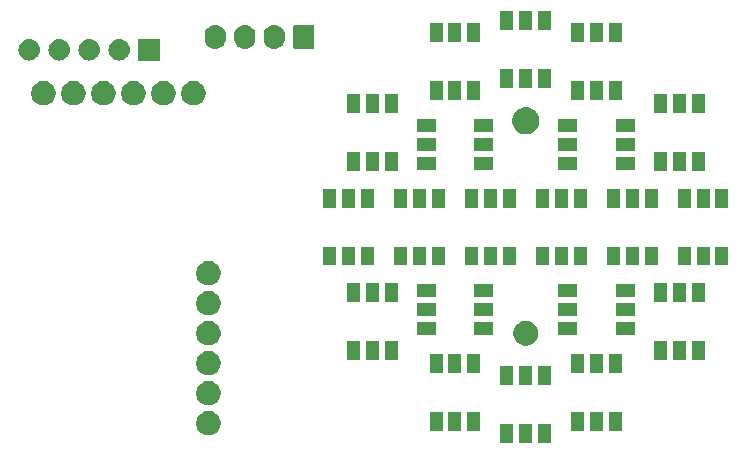
<source format=gbr>
G04 #@! TF.GenerationSoftware,KiCad,Pcbnew,5.1.4*
G04 #@! TF.CreationDate,2019-11-19T13:40:08+01:00*
G04 #@! TF.ProjectId,lamp,6c616d70-2e6b-4696-9361-645f70636258,rev?*
G04 #@! TF.SameCoordinates,Original*
G04 #@! TF.FileFunction,Soldermask,Top*
G04 #@! TF.FilePolarity,Negative*
%FSLAX46Y46*%
G04 Gerber Fmt 4.6, Leading zero omitted, Abs format (unit mm)*
G04 Created by KiCad (PCBNEW 5.1.4) date 2019-11-19 13:40:08*
%MOMM*%
%LPD*%
G04 APERTURE LIST*
%ADD10C,0.100000*%
G04 APERTURE END LIST*
D10*
G36*
X62951000Y-143251000D02*
G01*
X61849000Y-143251000D01*
X61849000Y-141649000D01*
X62951000Y-141649000D01*
X62951000Y-143251000D01*
X62951000Y-143251000D01*
G37*
G36*
X66151000Y-143251000D02*
G01*
X65049000Y-143251000D01*
X65049000Y-141649000D01*
X66151000Y-141649000D01*
X66151000Y-143251000D01*
X66151000Y-143251000D01*
G37*
G36*
X64551000Y-143251000D02*
G01*
X63449000Y-143251000D01*
X63449000Y-141649000D01*
X64551000Y-141649000D01*
X64551000Y-143251000D01*
X64551000Y-143251000D01*
G37*
G36*
X37423765Y-140598620D02*
G01*
X37613288Y-140677123D01*
X37783854Y-140791092D01*
X37928908Y-140936146D01*
X38042877Y-141106712D01*
X38121380Y-141296235D01*
X38161400Y-141497431D01*
X38161400Y-141702569D01*
X38121380Y-141903765D01*
X38042877Y-142093288D01*
X37928908Y-142263854D01*
X37783854Y-142408908D01*
X37613288Y-142522877D01*
X37613287Y-142522878D01*
X37613286Y-142522878D01*
X37423765Y-142601380D01*
X37222570Y-142641400D01*
X37017430Y-142641400D01*
X36816235Y-142601380D01*
X36626714Y-142522878D01*
X36626713Y-142522878D01*
X36626712Y-142522877D01*
X36456146Y-142408908D01*
X36311092Y-142263854D01*
X36197123Y-142093288D01*
X36118620Y-141903765D01*
X36078600Y-141702569D01*
X36078600Y-141497431D01*
X36118620Y-141296235D01*
X36197123Y-141106712D01*
X36311092Y-140936146D01*
X36456146Y-140791092D01*
X36626712Y-140677123D01*
X36816235Y-140598620D01*
X37017430Y-140558600D01*
X37222570Y-140558600D01*
X37423765Y-140598620D01*
X37423765Y-140598620D01*
G37*
G36*
X58551000Y-142251000D02*
G01*
X57449000Y-142251000D01*
X57449000Y-140649000D01*
X58551000Y-140649000D01*
X58551000Y-142251000D01*
X58551000Y-142251000D01*
G37*
G36*
X56951000Y-142251000D02*
G01*
X55849000Y-142251000D01*
X55849000Y-140649000D01*
X56951000Y-140649000D01*
X56951000Y-142251000D01*
X56951000Y-142251000D01*
G37*
G36*
X72151000Y-142251000D02*
G01*
X71049000Y-142251000D01*
X71049000Y-140649000D01*
X72151000Y-140649000D01*
X72151000Y-142251000D01*
X72151000Y-142251000D01*
G37*
G36*
X70551000Y-142251000D02*
G01*
X69449000Y-142251000D01*
X69449000Y-140649000D01*
X70551000Y-140649000D01*
X70551000Y-142251000D01*
X70551000Y-142251000D01*
G37*
G36*
X68951000Y-142251000D02*
G01*
X67849000Y-142251000D01*
X67849000Y-140649000D01*
X68951000Y-140649000D01*
X68951000Y-142251000D01*
X68951000Y-142251000D01*
G37*
G36*
X60151000Y-142251000D02*
G01*
X59049000Y-142251000D01*
X59049000Y-140649000D01*
X60151000Y-140649000D01*
X60151000Y-142251000D01*
X60151000Y-142251000D01*
G37*
G36*
X37423765Y-138058620D02*
G01*
X37613288Y-138137123D01*
X37783854Y-138251092D01*
X37928908Y-138396146D01*
X38042877Y-138566712D01*
X38121380Y-138756235D01*
X38161400Y-138957431D01*
X38161400Y-139162569D01*
X38121380Y-139363765D01*
X38042877Y-139553288D01*
X37928908Y-139723854D01*
X37783854Y-139868908D01*
X37613288Y-139982877D01*
X37613287Y-139982878D01*
X37613286Y-139982878D01*
X37423765Y-140061380D01*
X37222570Y-140101400D01*
X37017430Y-140101400D01*
X36816235Y-140061380D01*
X36626714Y-139982878D01*
X36626713Y-139982878D01*
X36626712Y-139982877D01*
X36456146Y-139868908D01*
X36311092Y-139723854D01*
X36197123Y-139553288D01*
X36118620Y-139363765D01*
X36078600Y-139162569D01*
X36078600Y-138957431D01*
X36118620Y-138756235D01*
X36197123Y-138566712D01*
X36311092Y-138396146D01*
X36456146Y-138251092D01*
X36626712Y-138137123D01*
X36816235Y-138058620D01*
X37017430Y-138018600D01*
X37222570Y-138018600D01*
X37423765Y-138058620D01*
X37423765Y-138058620D01*
G37*
G36*
X64551000Y-138351000D02*
G01*
X63449000Y-138351000D01*
X63449000Y-136749000D01*
X64551000Y-136749000D01*
X64551000Y-138351000D01*
X64551000Y-138351000D01*
G37*
G36*
X66151000Y-138351000D02*
G01*
X65049000Y-138351000D01*
X65049000Y-136749000D01*
X66151000Y-136749000D01*
X66151000Y-138351000D01*
X66151000Y-138351000D01*
G37*
G36*
X62951000Y-138351000D02*
G01*
X61849000Y-138351000D01*
X61849000Y-136749000D01*
X62951000Y-136749000D01*
X62951000Y-138351000D01*
X62951000Y-138351000D01*
G37*
G36*
X37423765Y-135518620D02*
G01*
X37613288Y-135597123D01*
X37783854Y-135711092D01*
X37928908Y-135856146D01*
X38042877Y-136026712D01*
X38121380Y-136216235D01*
X38161400Y-136417431D01*
X38161400Y-136622569D01*
X38121380Y-136823765D01*
X38042877Y-137013288D01*
X37928908Y-137183854D01*
X37783854Y-137328908D01*
X37613288Y-137442877D01*
X37613287Y-137442878D01*
X37613286Y-137442878D01*
X37423765Y-137521380D01*
X37222570Y-137561400D01*
X37017430Y-137561400D01*
X36816235Y-137521380D01*
X36626714Y-137442878D01*
X36626713Y-137442878D01*
X36626712Y-137442877D01*
X36456146Y-137328908D01*
X36311092Y-137183854D01*
X36197123Y-137013288D01*
X36118620Y-136823765D01*
X36078600Y-136622569D01*
X36078600Y-136417431D01*
X36118620Y-136216235D01*
X36197123Y-136026712D01*
X36311092Y-135856146D01*
X36456146Y-135711092D01*
X36626712Y-135597123D01*
X36816235Y-135518620D01*
X37017430Y-135478600D01*
X37222570Y-135478600D01*
X37423765Y-135518620D01*
X37423765Y-135518620D01*
G37*
G36*
X72151000Y-137351000D02*
G01*
X71049000Y-137351000D01*
X71049000Y-135749000D01*
X72151000Y-135749000D01*
X72151000Y-137351000D01*
X72151000Y-137351000D01*
G37*
G36*
X70551000Y-137351000D02*
G01*
X69449000Y-137351000D01*
X69449000Y-135749000D01*
X70551000Y-135749000D01*
X70551000Y-137351000D01*
X70551000Y-137351000D01*
G37*
G36*
X68951000Y-137351000D02*
G01*
X67849000Y-137351000D01*
X67849000Y-135749000D01*
X68951000Y-135749000D01*
X68951000Y-137351000D01*
X68951000Y-137351000D01*
G37*
G36*
X58551000Y-137351000D02*
G01*
X57449000Y-137351000D01*
X57449000Y-135749000D01*
X58551000Y-135749000D01*
X58551000Y-137351000D01*
X58551000Y-137351000D01*
G37*
G36*
X60151000Y-137351000D02*
G01*
X59049000Y-137351000D01*
X59049000Y-135749000D01*
X60151000Y-135749000D01*
X60151000Y-137351000D01*
X60151000Y-137351000D01*
G37*
G36*
X56951000Y-137351000D02*
G01*
X55849000Y-137351000D01*
X55849000Y-135749000D01*
X56951000Y-135749000D01*
X56951000Y-137351000D01*
X56951000Y-137351000D01*
G37*
G36*
X75951000Y-136251000D02*
G01*
X74849000Y-136251000D01*
X74849000Y-134649000D01*
X75951000Y-134649000D01*
X75951000Y-136251000D01*
X75951000Y-136251000D01*
G37*
G36*
X53151000Y-136251000D02*
G01*
X52049000Y-136251000D01*
X52049000Y-134649000D01*
X53151000Y-134649000D01*
X53151000Y-136251000D01*
X53151000Y-136251000D01*
G37*
G36*
X51551000Y-136251000D02*
G01*
X50449000Y-136251000D01*
X50449000Y-134649000D01*
X51551000Y-134649000D01*
X51551000Y-136251000D01*
X51551000Y-136251000D01*
G37*
G36*
X49951000Y-136251000D02*
G01*
X48849000Y-136251000D01*
X48849000Y-134649000D01*
X49951000Y-134649000D01*
X49951000Y-136251000D01*
X49951000Y-136251000D01*
G37*
G36*
X77551000Y-136251000D02*
G01*
X76449000Y-136251000D01*
X76449000Y-134649000D01*
X77551000Y-134649000D01*
X77551000Y-136251000D01*
X77551000Y-136251000D01*
G37*
G36*
X79151000Y-136251000D02*
G01*
X78049000Y-136251000D01*
X78049000Y-134649000D01*
X79151000Y-134649000D01*
X79151000Y-136251000D01*
X79151000Y-136251000D01*
G37*
G36*
X64306564Y-132989389D02*
G01*
X64497833Y-133068615D01*
X64497835Y-133068616D01*
X64669973Y-133183635D01*
X64816365Y-133330027D01*
X64921059Y-133486712D01*
X64931385Y-133502167D01*
X65010611Y-133693436D01*
X65051000Y-133896484D01*
X65051000Y-134103516D01*
X65010611Y-134306564D01*
X64941552Y-134473288D01*
X64931384Y-134497835D01*
X64816365Y-134669973D01*
X64669973Y-134816365D01*
X64497835Y-134931384D01*
X64497834Y-134931385D01*
X64497833Y-134931385D01*
X64306564Y-135010611D01*
X64103516Y-135051000D01*
X63896484Y-135051000D01*
X63693436Y-135010611D01*
X63502167Y-134931385D01*
X63502166Y-134931385D01*
X63502165Y-134931384D01*
X63330027Y-134816365D01*
X63183635Y-134669973D01*
X63068616Y-134497835D01*
X63058448Y-134473288D01*
X62989389Y-134306564D01*
X62949000Y-134103516D01*
X62949000Y-133896484D01*
X62989389Y-133693436D01*
X63068615Y-133502167D01*
X63078942Y-133486712D01*
X63183635Y-133330027D01*
X63330027Y-133183635D01*
X63502165Y-133068616D01*
X63502167Y-133068615D01*
X63693436Y-132989389D01*
X63896484Y-132949000D01*
X64103516Y-132949000D01*
X64306564Y-132989389D01*
X64306564Y-132989389D01*
G37*
G36*
X37423765Y-132978620D02*
G01*
X37593678Y-133049000D01*
X37613288Y-133057123D01*
X37783854Y-133171092D01*
X37928908Y-133316146D01*
X37928909Y-133316148D01*
X38042878Y-133486714D01*
X38121380Y-133676235D01*
X38161400Y-133877430D01*
X38161400Y-134082570D01*
X38147788Y-134151000D01*
X38121380Y-134283765D01*
X38042877Y-134473288D01*
X37928908Y-134643854D01*
X37783854Y-134788908D01*
X37613288Y-134902877D01*
X37613287Y-134902878D01*
X37613286Y-134902878D01*
X37423765Y-134981380D01*
X37222570Y-135021400D01*
X37017430Y-135021400D01*
X36816235Y-134981380D01*
X36626714Y-134902878D01*
X36626713Y-134902878D01*
X36626712Y-134902877D01*
X36456146Y-134788908D01*
X36311092Y-134643854D01*
X36197123Y-134473288D01*
X36118620Y-134283765D01*
X36092212Y-134151000D01*
X36078600Y-134082570D01*
X36078600Y-133877430D01*
X36118620Y-133676235D01*
X36197122Y-133486714D01*
X36311091Y-133316148D01*
X36311092Y-133316146D01*
X36456146Y-133171092D01*
X36626712Y-133057123D01*
X36646323Y-133049000D01*
X36816235Y-132978620D01*
X37017430Y-132938600D01*
X37222570Y-132938600D01*
X37423765Y-132978620D01*
X37423765Y-132978620D01*
G37*
G36*
X73251000Y-134151000D02*
G01*
X71649000Y-134151000D01*
X71649000Y-133049000D01*
X73251000Y-133049000D01*
X73251000Y-134151000D01*
X73251000Y-134151000D01*
G37*
G36*
X68351000Y-134151000D02*
G01*
X66749000Y-134151000D01*
X66749000Y-133049000D01*
X68351000Y-133049000D01*
X68351000Y-134151000D01*
X68351000Y-134151000D01*
G37*
G36*
X56351000Y-134151000D02*
G01*
X54749000Y-134151000D01*
X54749000Y-133049000D01*
X56351000Y-133049000D01*
X56351000Y-134151000D01*
X56351000Y-134151000D01*
G37*
G36*
X61251000Y-134151000D02*
G01*
X59649000Y-134151000D01*
X59649000Y-133049000D01*
X61251000Y-133049000D01*
X61251000Y-134151000D01*
X61251000Y-134151000D01*
G37*
G36*
X61251000Y-132551000D02*
G01*
X59649000Y-132551000D01*
X59649000Y-131449000D01*
X61251000Y-131449000D01*
X61251000Y-132551000D01*
X61251000Y-132551000D01*
G37*
G36*
X68351000Y-132551000D02*
G01*
X66749000Y-132551000D01*
X66749000Y-131449000D01*
X68351000Y-131449000D01*
X68351000Y-132551000D01*
X68351000Y-132551000D01*
G37*
G36*
X73251000Y-132551000D02*
G01*
X71649000Y-132551000D01*
X71649000Y-131449000D01*
X73251000Y-131449000D01*
X73251000Y-132551000D01*
X73251000Y-132551000D01*
G37*
G36*
X56351000Y-132551000D02*
G01*
X54749000Y-132551000D01*
X54749000Y-131449000D01*
X56351000Y-131449000D01*
X56351000Y-132551000D01*
X56351000Y-132551000D01*
G37*
G36*
X37423765Y-130438620D02*
G01*
X37613288Y-130517123D01*
X37783854Y-130631092D01*
X37928908Y-130776146D01*
X38042877Y-130946712D01*
X38121380Y-131136235D01*
X38161400Y-131337431D01*
X38161400Y-131542569D01*
X38121380Y-131743765D01*
X38042877Y-131933288D01*
X37928908Y-132103854D01*
X37783854Y-132248908D01*
X37613288Y-132362877D01*
X37613287Y-132362878D01*
X37613286Y-132362878D01*
X37423765Y-132441380D01*
X37222570Y-132481400D01*
X37017430Y-132481400D01*
X36816235Y-132441380D01*
X36626714Y-132362878D01*
X36626713Y-132362878D01*
X36626712Y-132362877D01*
X36456146Y-132248908D01*
X36311092Y-132103854D01*
X36197123Y-131933288D01*
X36118620Y-131743765D01*
X36078600Y-131542569D01*
X36078600Y-131337431D01*
X36118620Y-131136235D01*
X36197123Y-130946712D01*
X36311092Y-130776146D01*
X36456146Y-130631092D01*
X36626712Y-130517123D01*
X36816235Y-130438620D01*
X37017430Y-130398600D01*
X37222570Y-130398600D01*
X37423765Y-130438620D01*
X37423765Y-130438620D01*
G37*
G36*
X75951000Y-131351000D02*
G01*
X74849000Y-131351000D01*
X74849000Y-129749000D01*
X75951000Y-129749000D01*
X75951000Y-131351000D01*
X75951000Y-131351000D01*
G37*
G36*
X49951000Y-131351000D02*
G01*
X48849000Y-131351000D01*
X48849000Y-129749000D01*
X49951000Y-129749000D01*
X49951000Y-131351000D01*
X49951000Y-131351000D01*
G37*
G36*
X51551000Y-131351000D02*
G01*
X50449000Y-131351000D01*
X50449000Y-129749000D01*
X51551000Y-129749000D01*
X51551000Y-131351000D01*
X51551000Y-131351000D01*
G37*
G36*
X77551000Y-131351000D02*
G01*
X76449000Y-131351000D01*
X76449000Y-129749000D01*
X77551000Y-129749000D01*
X77551000Y-131351000D01*
X77551000Y-131351000D01*
G37*
G36*
X53151000Y-131351000D02*
G01*
X52049000Y-131351000D01*
X52049000Y-129749000D01*
X53151000Y-129749000D01*
X53151000Y-131351000D01*
X53151000Y-131351000D01*
G37*
G36*
X79151000Y-131351000D02*
G01*
X78049000Y-131351000D01*
X78049000Y-129749000D01*
X79151000Y-129749000D01*
X79151000Y-131351000D01*
X79151000Y-131351000D01*
G37*
G36*
X61251000Y-130951000D02*
G01*
X59649000Y-130951000D01*
X59649000Y-129849000D01*
X61251000Y-129849000D01*
X61251000Y-130951000D01*
X61251000Y-130951000D01*
G37*
G36*
X56351000Y-130951000D02*
G01*
X54749000Y-130951000D01*
X54749000Y-129849000D01*
X56351000Y-129849000D01*
X56351000Y-130951000D01*
X56351000Y-130951000D01*
G37*
G36*
X68351000Y-130951000D02*
G01*
X66749000Y-130951000D01*
X66749000Y-129849000D01*
X68351000Y-129849000D01*
X68351000Y-130951000D01*
X68351000Y-130951000D01*
G37*
G36*
X73251000Y-130951000D02*
G01*
X71649000Y-130951000D01*
X71649000Y-129849000D01*
X73251000Y-129849000D01*
X73251000Y-130951000D01*
X73251000Y-130951000D01*
G37*
G36*
X37423765Y-127898620D02*
G01*
X37613288Y-127977123D01*
X37783854Y-128091092D01*
X37928908Y-128236146D01*
X38042877Y-128406712D01*
X38121380Y-128596235D01*
X38161400Y-128797431D01*
X38161400Y-129002569D01*
X38121380Y-129203765D01*
X38042877Y-129393288D01*
X37928908Y-129563854D01*
X37783854Y-129708908D01*
X37613288Y-129822877D01*
X37613287Y-129822878D01*
X37613286Y-129822878D01*
X37423765Y-129901380D01*
X37222570Y-129941400D01*
X37017430Y-129941400D01*
X36816235Y-129901380D01*
X36626714Y-129822878D01*
X36626713Y-129822878D01*
X36626712Y-129822877D01*
X36456146Y-129708908D01*
X36311092Y-129563854D01*
X36197123Y-129393288D01*
X36118620Y-129203765D01*
X36078600Y-129002569D01*
X36078600Y-128797431D01*
X36118620Y-128596235D01*
X36197123Y-128406712D01*
X36311092Y-128236146D01*
X36456146Y-128091092D01*
X36626712Y-127977123D01*
X36816235Y-127898620D01*
X37017430Y-127858600D01*
X37222570Y-127858600D01*
X37423765Y-127898620D01*
X37423765Y-127898620D01*
G37*
G36*
X49551000Y-128251000D02*
G01*
X48449000Y-128251000D01*
X48449000Y-126649000D01*
X49551000Y-126649000D01*
X49551000Y-128251000D01*
X49551000Y-128251000D01*
G37*
G36*
X47951000Y-128251000D02*
G01*
X46849000Y-128251000D01*
X46849000Y-126649000D01*
X47951000Y-126649000D01*
X47951000Y-128251000D01*
X47951000Y-128251000D01*
G37*
G36*
X61551000Y-128251000D02*
G01*
X60449000Y-128251000D01*
X60449000Y-126649000D01*
X61551000Y-126649000D01*
X61551000Y-128251000D01*
X61551000Y-128251000D01*
G37*
G36*
X59951000Y-128251000D02*
G01*
X58849000Y-128251000D01*
X58849000Y-126649000D01*
X59951000Y-126649000D01*
X59951000Y-128251000D01*
X59951000Y-128251000D01*
G37*
G36*
X51151000Y-128251000D02*
G01*
X50049000Y-128251000D01*
X50049000Y-126649000D01*
X51151000Y-126649000D01*
X51151000Y-128251000D01*
X51151000Y-128251000D01*
G37*
G36*
X55551000Y-128251000D02*
G01*
X54449000Y-128251000D01*
X54449000Y-126649000D01*
X55551000Y-126649000D01*
X55551000Y-128251000D01*
X55551000Y-128251000D01*
G37*
G36*
X57151000Y-128251000D02*
G01*
X56049000Y-128251000D01*
X56049000Y-126649000D01*
X57151000Y-126649000D01*
X57151000Y-128251000D01*
X57151000Y-128251000D01*
G37*
G36*
X81151000Y-128251000D02*
G01*
X80049000Y-128251000D01*
X80049000Y-126649000D01*
X81151000Y-126649000D01*
X81151000Y-128251000D01*
X81151000Y-128251000D01*
G37*
G36*
X77951000Y-128251000D02*
G01*
X76849000Y-128251000D01*
X76849000Y-126649000D01*
X77951000Y-126649000D01*
X77951000Y-128251000D01*
X77951000Y-128251000D01*
G37*
G36*
X69151000Y-128251000D02*
G01*
X68049000Y-128251000D01*
X68049000Y-126649000D01*
X69151000Y-126649000D01*
X69151000Y-128251000D01*
X69151000Y-128251000D01*
G37*
G36*
X67551000Y-128251000D02*
G01*
X66449000Y-128251000D01*
X66449000Y-126649000D01*
X67551000Y-126649000D01*
X67551000Y-128251000D01*
X67551000Y-128251000D01*
G37*
G36*
X65951000Y-128251000D02*
G01*
X64849000Y-128251000D01*
X64849000Y-126649000D01*
X65951000Y-126649000D01*
X65951000Y-128251000D01*
X65951000Y-128251000D01*
G37*
G36*
X63151000Y-128251000D02*
G01*
X62049000Y-128251000D01*
X62049000Y-126649000D01*
X63151000Y-126649000D01*
X63151000Y-128251000D01*
X63151000Y-128251000D01*
G37*
G36*
X73551000Y-128251000D02*
G01*
X72449000Y-128251000D01*
X72449000Y-126649000D01*
X73551000Y-126649000D01*
X73551000Y-128251000D01*
X73551000Y-128251000D01*
G37*
G36*
X71951000Y-128251000D02*
G01*
X70849000Y-128251000D01*
X70849000Y-126649000D01*
X71951000Y-126649000D01*
X71951000Y-128251000D01*
X71951000Y-128251000D01*
G37*
G36*
X53951000Y-128251000D02*
G01*
X52849000Y-128251000D01*
X52849000Y-126649000D01*
X53951000Y-126649000D01*
X53951000Y-128251000D01*
X53951000Y-128251000D01*
G37*
G36*
X79551000Y-128251000D02*
G01*
X78449000Y-128251000D01*
X78449000Y-126649000D01*
X79551000Y-126649000D01*
X79551000Y-128251000D01*
X79551000Y-128251000D01*
G37*
G36*
X75151000Y-128251000D02*
G01*
X74049000Y-128251000D01*
X74049000Y-126649000D01*
X75151000Y-126649000D01*
X75151000Y-128251000D01*
X75151000Y-128251000D01*
G37*
G36*
X65951000Y-123351000D02*
G01*
X64849000Y-123351000D01*
X64849000Y-121749000D01*
X65951000Y-121749000D01*
X65951000Y-123351000D01*
X65951000Y-123351000D01*
G37*
G36*
X47951000Y-123351000D02*
G01*
X46849000Y-123351000D01*
X46849000Y-121749000D01*
X47951000Y-121749000D01*
X47951000Y-123351000D01*
X47951000Y-123351000D01*
G37*
G36*
X49551000Y-123351000D02*
G01*
X48449000Y-123351000D01*
X48449000Y-121749000D01*
X49551000Y-121749000D01*
X49551000Y-123351000D01*
X49551000Y-123351000D01*
G37*
G36*
X51151000Y-123351000D02*
G01*
X50049000Y-123351000D01*
X50049000Y-121749000D01*
X51151000Y-121749000D01*
X51151000Y-123351000D01*
X51151000Y-123351000D01*
G37*
G36*
X71951000Y-123351000D02*
G01*
X70849000Y-123351000D01*
X70849000Y-121749000D01*
X71951000Y-121749000D01*
X71951000Y-123351000D01*
X71951000Y-123351000D01*
G37*
G36*
X59951000Y-123351000D02*
G01*
X58849000Y-123351000D01*
X58849000Y-121749000D01*
X59951000Y-121749000D01*
X59951000Y-123351000D01*
X59951000Y-123351000D01*
G37*
G36*
X61551000Y-123351000D02*
G01*
X60449000Y-123351000D01*
X60449000Y-121749000D01*
X61551000Y-121749000D01*
X61551000Y-123351000D01*
X61551000Y-123351000D01*
G37*
G36*
X63151000Y-123351000D02*
G01*
X62049000Y-123351000D01*
X62049000Y-121749000D01*
X63151000Y-121749000D01*
X63151000Y-123351000D01*
X63151000Y-123351000D01*
G37*
G36*
X57151000Y-123351000D02*
G01*
X56049000Y-123351000D01*
X56049000Y-121749000D01*
X57151000Y-121749000D01*
X57151000Y-123351000D01*
X57151000Y-123351000D01*
G37*
G36*
X79551000Y-123351000D02*
G01*
X78449000Y-123351000D01*
X78449000Y-121749000D01*
X79551000Y-121749000D01*
X79551000Y-123351000D01*
X79551000Y-123351000D01*
G37*
G36*
X81151000Y-123351000D02*
G01*
X80049000Y-123351000D01*
X80049000Y-121749000D01*
X81151000Y-121749000D01*
X81151000Y-123351000D01*
X81151000Y-123351000D01*
G37*
G36*
X77951000Y-123351000D02*
G01*
X76849000Y-123351000D01*
X76849000Y-121749000D01*
X77951000Y-121749000D01*
X77951000Y-123351000D01*
X77951000Y-123351000D01*
G37*
G36*
X55551000Y-123351000D02*
G01*
X54449000Y-123351000D01*
X54449000Y-121749000D01*
X55551000Y-121749000D01*
X55551000Y-123351000D01*
X55551000Y-123351000D01*
G37*
G36*
X75151000Y-123351000D02*
G01*
X74049000Y-123351000D01*
X74049000Y-121749000D01*
X75151000Y-121749000D01*
X75151000Y-123351000D01*
X75151000Y-123351000D01*
G37*
G36*
X73551000Y-123351000D02*
G01*
X72449000Y-123351000D01*
X72449000Y-121749000D01*
X73551000Y-121749000D01*
X73551000Y-123351000D01*
X73551000Y-123351000D01*
G37*
G36*
X69151000Y-123351000D02*
G01*
X68049000Y-123351000D01*
X68049000Y-121749000D01*
X69151000Y-121749000D01*
X69151000Y-123351000D01*
X69151000Y-123351000D01*
G37*
G36*
X53951000Y-123351000D02*
G01*
X52849000Y-123351000D01*
X52849000Y-121749000D01*
X53951000Y-121749000D01*
X53951000Y-123351000D01*
X53951000Y-123351000D01*
G37*
G36*
X67551000Y-123351000D02*
G01*
X66449000Y-123351000D01*
X66449000Y-121749000D01*
X67551000Y-121749000D01*
X67551000Y-123351000D01*
X67551000Y-123351000D01*
G37*
G36*
X53151000Y-120251000D02*
G01*
X52049000Y-120251000D01*
X52049000Y-118649000D01*
X53151000Y-118649000D01*
X53151000Y-120251000D01*
X53151000Y-120251000D01*
G37*
G36*
X79151000Y-120251000D02*
G01*
X78049000Y-120251000D01*
X78049000Y-118649000D01*
X79151000Y-118649000D01*
X79151000Y-120251000D01*
X79151000Y-120251000D01*
G37*
G36*
X51551000Y-120251000D02*
G01*
X50449000Y-120251000D01*
X50449000Y-118649000D01*
X51551000Y-118649000D01*
X51551000Y-120251000D01*
X51551000Y-120251000D01*
G37*
G36*
X49951000Y-120251000D02*
G01*
X48849000Y-120251000D01*
X48849000Y-118649000D01*
X49951000Y-118649000D01*
X49951000Y-120251000D01*
X49951000Y-120251000D01*
G37*
G36*
X75951000Y-120251000D02*
G01*
X74849000Y-120251000D01*
X74849000Y-118649000D01*
X75951000Y-118649000D01*
X75951000Y-120251000D01*
X75951000Y-120251000D01*
G37*
G36*
X77551000Y-120251000D02*
G01*
X76449000Y-120251000D01*
X76449000Y-118649000D01*
X77551000Y-118649000D01*
X77551000Y-120251000D01*
X77551000Y-120251000D01*
G37*
G36*
X61251000Y-120151000D02*
G01*
X59649000Y-120151000D01*
X59649000Y-119049000D01*
X61251000Y-119049000D01*
X61251000Y-120151000D01*
X61251000Y-120151000D01*
G37*
G36*
X68351000Y-120151000D02*
G01*
X66749000Y-120151000D01*
X66749000Y-119049000D01*
X68351000Y-119049000D01*
X68351000Y-120151000D01*
X68351000Y-120151000D01*
G37*
G36*
X56351000Y-120151000D02*
G01*
X54749000Y-120151000D01*
X54749000Y-119049000D01*
X56351000Y-119049000D01*
X56351000Y-120151000D01*
X56351000Y-120151000D01*
G37*
G36*
X73251000Y-120151000D02*
G01*
X71649000Y-120151000D01*
X71649000Y-119049000D01*
X73251000Y-119049000D01*
X73251000Y-120151000D01*
X73251000Y-120151000D01*
G37*
G36*
X73251000Y-118551000D02*
G01*
X71649000Y-118551000D01*
X71649000Y-117449000D01*
X73251000Y-117449000D01*
X73251000Y-118551000D01*
X73251000Y-118551000D01*
G37*
G36*
X68351000Y-118551000D02*
G01*
X66749000Y-118551000D01*
X66749000Y-117449000D01*
X68351000Y-117449000D01*
X68351000Y-118551000D01*
X68351000Y-118551000D01*
G37*
G36*
X61251000Y-118551000D02*
G01*
X59649000Y-118551000D01*
X59649000Y-117449000D01*
X61251000Y-117449000D01*
X61251000Y-118551000D01*
X61251000Y-118551000D01*
G37*
G36*
X56351000Y-118551000D02*
G01*
X54749000Y-118551000D01*
X54749000Y-117449000D01*
X56351000Y-117449000D01*
X56351000Y-118551000D01*
X56351000Y-118551000D01*
G37*
G36*
X64224549Y-114871116D02*
G01*
X64335734Y-114893232D01*
X64545203Y-114979997D01*
X64733720Y-115105960D01*
X64894040Y-115266280D01*
X65020003Y-115454797D01*
X65106768Y-115664266D01*
X65151000Y-115886636D01*
X65151000Y-116113364D01*
X65106768Y-116335734D01*
X65020003Y-116545203D01*
X64894040Y-116733720D01*
X64733720Y-116894040D01*
X64545203Y-117020003D01*
X64335734Y-117106768D01*
X64224549Y-117128884D01*
X64113365Y-117151000D01*
X63886635Y-117151000D01*
X63775451Y-117128884D01*
X63664266Y-117106768D01*
X63454797Y-117020003D01*
X63266280Y-116894040D01*
X63105960Y-116733720D01*
X62979997Y-116545203D01*
X62893232Y-116335734D01*
X62849000Y-116113364D01*
X62849000Y-115886636D01*
X62893232Y-115664266D01*
X62979997Y-115454797D01*
X63105960Y-115266280D01*
X63266280Y-115105960D01*
X63454797Y-114979997D01*
X63664266Y-114893232D01*
X63775451Y-114871116D01*
X63886635Y-114849000D01*
X64113365Y-114849000D01*
X64224549Y-114871116D01*
X64224549Y-114871116D01*
G37*
G36*
X68351000Y-116951000D02*
G01*
X66749000Y-116951000D01*
X66749000Y-115849000D01*
X68351000Y-115849000D01*
X68351000Y-116951000D01*
X68351000Y-116951000D01*
G37*
G36*
X56351000Y-116951000D02*
G01*
X54749000Y-116951000D01*
X54749000Y-115849000D01*
X56351000Y-115849000D01*
X56351000Y-116951000D01*
X56351000Y-116951000D01*
G37*
G36*
X61251000Y-116951000D02*
G01*
X59649000Y-116951000D01*
X59649000Y-115849000D01*
X61251000Y-115849000D01*
X61251000Y-116951000D01*
X61251000Y-116951000D01*
G37*
G36*
X73251000Y-116951000D02*
G01*
X71649000Y-116951000D01*
X71649000Y-115849000D01*
X73251000Y-115849000D01*
X73251000Y-116951000D01*
X73251000Y-116951000D01*
G37*
G36*
X75951000Y-115351000D02*
G01*
X74849000Y-115351000D01*
X74849000Y-113749000D01*
X75951000Y-113749000D01*
X75951000Y-115351000D01*
X75951000Y-115351000D01*
G37*
G36*
X77551000Y-115351000D02*
G01*
X76449000Y-115351000D01*
X76449000Y-113749000D01*
X77551000Y-113749000D01*
X77551000Y-115351000D01*
X77551000Y-115351000D01*
G37*
G36*
X79151000Y-115351000D02*
G01*
X78049000Y-115351000D01*
X78049000Y-113749000D01*
X79151000Y-113749000D01*
X79151000Y-115351000D01*
X79151000Y-115351000D01*
G37*
G36*
X51551000Y-115351000D02*
G01*
X50449000Y-115351000D01*
X50449000Y-113749000D01*
X51551000Y-113749000D01*
X51551000Y-115351000D01*
X51551000Y-115351000D01*
G37*
G36*
X49951000Y-115351000D02*
G01*
X48849000Y-115351000D01*
X48849000Y-113749000D01*
X49951000Y-113749000D01*
X49951000Y-115351000D01*
X49951000Y-115351000D01*
G37*
G36*
X53151000Y-115351000D02*
G01*
X52049000Y-115351000D01*
X52049000Y-113749000D01*
X53151000Y-113749000D01*
X53151000Y-115351000D01*
X53151000Y-115351000D01*
G37*
G36*
X23405402Y-112649000D02*
G01*
X23453765Y-112658620D01*
X23643288Y-112737123D01*
X23813854Y-112851092D01*
X23958908Y-112996146D01*
X24072877Y-113166712D01*
X24151380Y-113356235D01*
X24191400Y-113557431D01*
X24191400Y-113762569D01*
X24151380Y-113963765D01*
X24072877Y-114153288D01*
X23958908Y-114323854D01*
X23813854Y-114468908D01*
X23643288Y-114582877D01*
X23643287Y-114582878D01*
X23643286Y-114582878D01*
X23453765Y-114661380D01*
X23252570Y-114701400D01*
X23047430Y-114701400D01*
X22846235Y-114661380D01*
X22656714Y-114582878D01*
X22656713Y-114582878D01*
X22656712Y-114582877D01*
X22486146Y-114468908D01*
X22341092Y-114323854D01*
X22227123Y-114153288D01*
X22148620Y-113963765D01*
X22108600Y-113762569D01*
X22108600Y-113557431D01*
X22148620Y-113356235D01*
X22227123Y-113166712D01*
X22341092Y-112996146D01*
X22486146Y-112851092D01*
X22656712Y-112737123D01*
X22846235Y-112658620D01*
X22894598Y-112649000D01*
X23047430Y-112618600D01*
X23252570Y-112618600D01*
X23405402Y-112649000D01*
X23405402Y-112649000D01*
G37*
G36*
X25945402Y-112649000D02*
G01*
X25993765Y-112658620D01*
X26183288Y-112737123D01*
X26353854Y-112851092D01*
X26498908Y-112996146D01*
X26612877Y-113166712D01*
X26691380Y-113356235D01*
X26731400Y-113557431D01*
X26731400Y-113762569D01*
X26691380Y-113963765D01*
X26612877Y-114153288D01*
X26498908Y-114323854D01*
X26353854Y-114468908D01*
X26183288Y-114582877D01*
X26183287Y-114582878D01*
X26183286Y-114582878D01*
X25993765Y-114661380D01*
X25792570Y-114701400D01*
X25587430Y-114701400D01*
X25386235Y-114661380D01*
X25196714Y-114582878D01*
X25196713Y-114582878D01*
X25196712Y-114582877D01*
X25026146Y-114468908D01*
X24881092Y-114323854D01*
X24767123Y-114153288D01*
X24688620Y-113963765D01*
X24648600Y-113762569D01*
X24648600Y-113557431D01*
X24688620Y-113356235D01*
X24767123Y-113166712D01*
X24881092Y-112996146D01*
X25026146Y-112851092D01*
X25196712Y-112737123D01*
X25386235Y-112658620D01*
X25434598Y-112649000D01*
X25587430Y-112618600D01*
X25792570Y-112618600D01*
X25945402Y-112649000D01*
X25945402Y-112649000D01*
G37*
G36*
X28485402Y-112649000D02*
G01*
X28533765Y-112658620D01*
X28723288Y-112737123D01*
X28893854Y-112851092D01*
X29038908Y-112996146D01*
X29152877Y-113166712D01*
X29231380Y-113356235D01*
X29271400Y-113557431D01*
X29271400Y-113762569D01*
X29231380Y-113963765D01*
X29152877Y-114153288D01*
X29038908Y-114323854D01*
X28893854Y-114468908D01*
X28723288Y-114582877D01*
X28723287Y-114582878D01*
X28723286Y-114582878D01*
X28533765Y-114661380D01*
X28332570Y-114701400D01*
X28127430Y-114701400D01*
X27926235Y-114661380D01*
X27736714Y-114582878D01*
X27736713Y-114582878D01*
X27736712Y-114582877D01*
X27566146Y-114468908D01*
X27421092Y-114323854D01*
X27307123Y-114153288D01*
X27228620Y-113963765D01*
X27188600Y-113762569D01*
X27188600Y-113557431D01*
X27228620Y-113356235D01*
X27307123Y-113166712D01*
X27421092Y-112996146D01*
X27566146Y-112851092D01*
X27736712Y-112737123D01*
X27926235Y-112658620D01*
X27974598Y-112649000D01*
X28127430Y-112618600D01*
X28332570Y-112618600D01*
X28485402Y-112649000D01*
X28485402Y-112649000D01*
G37*
G36*
X33565402Y-112649000D02*
G01*
X33613765Y-112658620D01*
X33803288Y-112737123D01*
X33973854Y-112851092D01*
X34118908Y-112996146D01*
X34232877Y-113166712D01*
X34311380Y-113356235D01*
X34351400Y-113557431D01*
X34351400Y-113762569D01*
X34311380Y-113963765D01*
X34232877Y-114153288D01*
X34118908Y-114323854D01*
X33973854Y-114468908D01*
X33803288Y-114582877D01*
X33803287Y-114582878D01*
X33803286Y-114582878D01*
X33613765Y-114661380D01*
X33412570Y-114701400D01*
X33207430Y-114701400D01*
X33006235Y-114661380D01*
X32816714Y-114582878D01*
X32816713Y-114582878D01*
X32816712Y-114582877D01*
X32646146Y-114468908D01*
X32501092Y-114323854D01*
X32387123Y-114153288D01*
X32308620Y-113963765D01*
X32268600Y-113762569D01*
X32268600Y-113557431D01*
X32308620Y-113356235D01*
X32387123Y-113166712D01*
X32501092Y-112996146D01*
X32646146Y-112851092D01*
X32816712Y-112737123D01*
X33006235Y-112658620D01*
X33054598Y-112649000D01*
X33207430Y-112618600D01*
X33412570Y-112618600D01*
X33565402Y-112649000D01*
X33565402Y-112649000D01*
G37*
G36*
X31025402Y-112649000D02*
G01*
X31073765Y-112658620D01*
X31263288Y-112737123D01*
X31433854Y-112851092D01*
X31578908Y-112996146D01*
X31692877Y-113166712D01*
X31771380Y-113356235D01*
X31811400Y-113557431D01*
X31811400Y-113762569D01*
X31771380Y-113963765D01*
X31692877Y-114153288D01*
X31578908Y-114323854D01*
X31433854Y-114468908D01*
X31263288Y-114582877D01*
X31263287Y-114582878D01*
X31263286Y-114582878D01*
X31073765Y-114661380D01*
X30872570Y-114701400D01*
X30667430Y-114701400D01*
X30466235Y-114661380D01*
X30276714Y-114582878D01*
X30276713Y-114582878D01*
X30276712Y-114582877D01*
X30106146Y-114468908D01*
X29961092Y-114323854D01*
X29847123Y-114153288D01*
X29768620Y-113963765D01*
X29728600Y-113762569D01*
X29728600Y-113557431D01*
X29768620Y-113356235D01*
X29847123Y-113166712D01*
X29961092Y-112996146D01*
X30106146Y-112851092D01*
X30276712Y-112737123D01*
X30466235Y-112658620D01*
X30514598Y-112649000D01*
X30667430Y-112618600D01*
X30872570Y-112618600D01*
X31025402Y-112649000D01*
X31025402Y-112649000D01*
G37*
G36*
X36105402Y-112649000D02*
G01*
X36153765Y-112658620D01*
X36343288Y-112737123D01*
X36513854Y-112851092D01*
X36658908Y-112996146D01*
X36772877Y-113166712D01*
X36851380Y-113356235D01*
X36891400Y-113557431D01*
X36891400Y-113762569D01*
X36851380Y-113963765D01*
X36772877Y-114153288D01*
X36658908Y-114323854D01*
X36513854Y-114468908D01*
X36343288Y-114582877D01*
X36343287Y-114582878D01*
X36343286Y-114582878D01*
X36153765Y-114661380D01*
X35952570Y-114701400D01*
X35747430Y-114701400D01*
X35546235Y-114661380D01*
X35356714Y-114582878D01*
X35356713Y-114582878D01*
X35356712Y-114582877D01*
X35186146Y-114468908D01*
X35041092Y-114323854D01*
X34927123Y-114153288D01*
X34848620Y-113963765D01*
X34808600Y-113762569D01*
X34808600Y-113557431D01*
X34848620Y-113356235D01*
X34927123Y-113166712D01*
X35041092Y-112996146D01*
X35186146Y-112851092D01*
X35356712Y-112737123D01*
X35546235Y-112658620D01*
X35594598Y-112649000D01*
X35747430Y-112618600D01*
X35952570Y-112618600D01*
X36105402Y-112649000D01*
X36105402Y-112649000D01*
G37*
G36*
X68951000Y-114251000D02*
G01*
X67849000Y-114251000D01*
X67849000Y-112649000D01*
X68951000Y-112649000D01*
X68951000Y-114251000D01*
X68951000Y-114251000D01*
G37*
G36*
X60151000Y-114251000D02*
G01*
X59049000Y-114251000D01*
X59049000Y-112649000D01*
X60151000Y-112649000D01*
X60151000Y-114251000D01*
X60151000Y-114251000D01*
G37*
G36*
X58551000Y-114251000D02*
G01*
X57449000Y-114251000D01*
X57449000Y-112649000D01*
X58551000Y-112649000D01*
X58551000Y-114251000D01*
X58551000Y-114251000D01*
G37*
G36*
X72151000Y-114251000D02*
G01*
X71049000Y-114251000D01*
X71049000Y-112649000D01*
X72151000Y-112649000D01*
X72151000Y-114251000D01*
X72151000Y-114251000D01*
G37*
G36*
X70551000Y-114251000D02*
G01*
X69449000Y-114251000D01*
X69449000Y-112649000D01*
X70551000Y-112649000D01*
X70551000Y-114251000D01*
X70551000Y-114251000D01*
G37*
G36*
X56951000Y-114251000D02*
G01*
X55849000Y-114251000D01*
X55849000Y-112649000D01*
X56951000Y-112649000D01*
X56951000Y-114251000D01*
X56951000Y-114251000D01*
G37*
G36*
X66151000Y-113251000D02*
G01*
X65049000Y-113251000D01*
X65049000Y-111649000D01*
X66151000Y-111649000D01*
X66151000Y-113251000D01*
X66151000Y-113251000D01*
G37*
G36*
X64551000Y-113251000D02*
G01*
X63449000Y-113251000D01*
X63449000Y-111649000D01*
X64551000Y-111649000D01*
X64551000Y-113251000D01*
X64551000Y-113251000D01*
G37*
G36*
X62951000Y-113251000D02*
G01*
X61849000Y-113251000D01*
X61849000Y-111649000D01*
X62951000Y-111649000D01*
X62951000Y-113251000D01*
X62951000Y-113251000D01*
G37*
G36*
X24590443Y-109105519D02*
G01*
X24656627Y-109112037D01*
X24826466Y-109163557D01*
X24982991Y-109247222D01*
X25018729Y-109276552D01*
X25120186Y-109359814D01*
X25203448Y-109461271D01*
X25232778Y-109497009D01*
X25316443Y-109653534D01*
X25367963Y-109823373D01*
X25385359Y-110000000D01*
X25367963Y-110176627D01*
X25316443Y-110346466D01*
X25232778Y-110502991D01*
X25203448Y-110538729D01*
X25120186Y-110640186D01*
X25018729Y-110723448D01*
X24982991Y-110752778D01*
X24826466Y-110836443D01*
X24656627Y-110887963D01*
X24590443Y-110894481D01*
X24524260Y-110901000D01*
X24435740Y-110901000D01*
X24369557Y-110894481D01*
X24303373Y-110887963D01*
X24133534Y-110836443D01*
X23977009Y-110752778D01*
X23941271Y-110723448D01*
X23839814Y-110640186D01*
X23756552Y-110538729D01*
X23727222Y-110502991D01*
X23643557Y-110346466D01*
X23592037Y-110176627D01*
X23574641Y-110000000D01*
X23592037Y-109823373D01*
X23643557Y-109653534D01*
X23727222Y-109497009D01*
X23756552Y-109461271D01*
X23839814Y-109359814D01*
X23941271Y-109276552D01*
X23977009Y-109247222D01*
X24133534Y-109163557D01*
X24303373Y-109112037D01*
X24369557Y-109105519D01*
X24435740Y-109099000D01*
X24524260Y-109099000D01*
X24590443Y-109105519D01*
X24590443Y-109105519D01*
G37*
G36*
X22050443Y-109105519D02*
G01*
X22116627Y-109112037D01*
X22286466Y-109163557D01*
X22442991Y-109247222D01*
X22478729Y-109276552D01*
X22580186Y-109359814D01*
X22663448Y-109461271D01*
X22692778Y-109497009D01*
X22776443Y-109653534D01*
X22827963Y-109823373D01*
X22845359Y-110000000D01*
X22827963Y-110176627D01*
X22776443Y-110346466D01*
X22692778Y-110502991D01*
X22663448Y-110538729D01*
X22580186Y-110640186D01*
X22478729Y-110723448D01*
X22442991Y-110752778D01*
X22286466Y-110836443D01*
X22116627Y-110887963D01*
X22050443Y-110894481D01*
X21984260Y-110901000D01*
X21895740Y-110901000D01*
X21829557Y-110894481D01*
X21763373Y-110887963D01*
X21593534Y-110836443D01*
X21437009Y-110752778D01*
X21401271Y-110723448D01*
X21299814Y-110640186D01*
X21216552Y-110538729D01*
X21187222Y-110502991D01*
X21103557Y-110346466D01*
X21052037Y-110176627D01*
X21034641Y-110000000D01*
X21052037Y-109823373D01*
X21103557Y-109653534D01*
X21187222Y-109497009D01*
X21216552Y-109461271D01*
X21299814Y-109359814D01*
X21401271Y-109276552D01*
X21437009Y-109247222D01*
X21593534Y-109163557D01*
X21763373Y-109112037D01*
X21829557Y-109105519D01*
X21895740Y-109099000D01*
X21984260Y-109099000D01*
X22050443Y-109105519D01*
X22050443Y-109105519D01*
G37*
G36*
X27130443Y-109105519D02*
G01*
X27196627Y-109112037D01*
X27366466Y-109163557D01*
X27522991Y-109247222D01*
X27558729Y-109276552D01*
X27660186Y-109359814D01*
X27743448Y-109461271D01*
X27772778Y-109497009D01*
X27856443Y-109653534D01*
X27907963Y-109823373D01*
X27925359Y-110000000D01*
X27907963Y-110176627D01*
X27856443Y-110346466D01*
X27772778Y-110502991D01*
X27743448Y-110538729D01*
X27660186Y-110640186D01*
X27558729Y-110723448D01*
X27522991Y-110752778D01*
X27366466Y-110836443D01*
X27196627Y-110887963D01*
X27130443Y-110894481D01*
X27064260Y-110901000D01*
X26975740Y-110901000D01*
X26909557Y-110894481D01*
X26843373Y-110887963D01*
X26673534Y-110836443D01*
X26517009Y-110752778D01*
X26481271Y-110723448D01*
X26379814Y-110640186D01*
X26296552Y-110538729D01*
X26267222Y-110502991D01*
X26183557Y-110346466D01*
X26132037Y-110176627D01*
X26114641Y-110000000D01*
X26132037Y-109823373D01*
X26183557Y-109653534D01*
X26267222Y-109497009D01*
X26296552Y-109461271D01*
X26379814Y-109359814D01*
X26481271Y-109276552D01*
X26517009Y-109247222D01*
X26673534Y-109163557D01*
X26843373Y-109112037D01*
X26909557Y-109105519D01*
X26975740Y-109099000D01*
X27064260Y-109099000D01*
X27130443Y-109105519D01*
X27130443Y-109105519D01*
G37*
G36*
X29670443Y-109105519D02*
G01*
X29736627Y-109112037D01*
X29906466Y-109163557D01*
X30062991Y-109247222D01*
X30098729Y-109276552D01*
X30200186Y-109359814D01*
X30283448Y-109461271D01*
X30312778Y-109497009D01*
X30396443Y-109653534D01*
X30447963Y-109823373D01*
X30465359Y-110000000D01*
X30447963Y-110176627D01*
X30396443Y-110346466D01*
X30312778Y-110502991D01*
X30283448Y-110538729D01*
X30200186Y-110640186D01*
X30098729Y-110723448D01*
X30062991Y-110752778D01*
X29906466Y-110836443D01*
X29736627Y-110887963D01*
X29670443Y-110894481D01*
X29604260Y-110901000D01*
X29515740Y-110901000D01*
X29449557Y-110894481D01*
X29383373Y-110887963D01*
X29213534Y-110836443D01*
X29057009Y-110752778D01*
X29021271Y-110723448D01*
X28919814Y-110640186D01*
X28836552Y-110538729D01*
X28807222Y-110502991D01*
X28723557Y-110346466D01*
X28672037Y-110176627D01*
X28654641Y-110000000D01*
X28672037Y-109823373D01*
X28723557Y-109653534D01*
X28807222Y-109497009D01*
X28836552Y-109461271D01*
X28919814Y-109359814D01*
X29021271Y-109276552D01*
X29057009Y-109247222D01*
X29213534Y-109163557D01*
X29383373Y-109112037D01*
X29449557Y-109105519D01*
X29515740Y-109099000D01*
X29604260Y-109099000D01*
X29670443Y-109105519D01*
X29670443Y-109105519D01*
G37*
G36*
X33001000Y-110901000D02*
G01*
X31199000Y-110901000D01*
X31199000Y-109099000D01*
X33001000Y-109099000D01*
X33001000Y-110901000D01*
X33001000Y-110901000D01*
G37*
G36*
X37876627Y-107887037D02*
G01*
X38046466Y-107938557D01*
X38202991Y-108022222D01*
X38238729Y-108051552D01*
X38340186Y-108134814D01*
X38423448Y-108236271D01*
X38452778Y-108272009D01*
X38536443Y-108428534D01*
X38587963Y-108598374D01*
X38601000Y-108730743D01*
X38601000Y-109069258D01*
X38587963Y-109201627D01*
X38536443Y-109371466D01*
X38452778Y-109527991D01*
X38423448Y-109563729D01*
X38340186Y-109665186D01*
X38202989Y-109777779D01*
X38046467Y-109861442D01*
X38046465Y-109861443D01*
X37876626Y-109912963D01*
X37700000Y-109930359D01*
X37523373Y-109912963D01*
X37353534Y-109861443D01*
X37197009Y-109777778D01*
X37154750Y-109743097D01*
X37059814Y-109665186D01*
X36947221Y-109527989D01*
X36863558Y-109371467D01*
X36857349Y-109351000D01*
X36812037Y-109201626D01*
X36799000Y-109069257D01*
X36799000Y-108730742D01*
X36812037Y-108598373D01*
X36863557Y-108428534D01*
X36947222Y-108272009D01*
X37059815Y-108134815D01*
X37197010Y-108022222D01*
X37353535Y-107938557D01*
X37523374Y-107887037D01*
X37700000Y-107869641D01*
X37876627Y-107887037D01*
X37876627Y-107887037D01*
G37*
G36*
X42876627Y-107887037D02*
G01*
X43046466Y-107938557D01*
X43202991Y-108022222D01*
X43238729Y-108051552D01*
X43340186Y-108134814D01*
X43423448Y-108236271D01*
X43452778Y-108272009D01*
X43536443Y-108428534D01*
X43587963Y-108598374D01*
X43601000Y-108730743D01*
X43601000Y-109069258D01*
X43587963Y-109201627D01*
X43536443Y-109371466D01*
X43452778Y-109527991D01*
X43423448Y-109563729D01*
X43340186Y-109665186D01*
X43202989Y-109777779D01*
X43046467Y-109861442D01*
X43046465Y-109861443D01*
X42876626Y-109912963D01*
X42700000Y-109930359D01*
X42523373Y-109912963D01*
X42353534Y-109861443D01*
X42197009Y-109777778D01*
X42154750Y-109743097D01*
X42059814Y-109665186D01*
X41947221Y-109527989D01*
X41863558Y-109371467D01*
X41857349Y-109351000D01*
X41812037Y-109201626D01*
X41799000Y-109069257D01*
X41799000Y-108730742D01*
X41812037Y-108598373D01*
X41863557Y-108428534D01*
X41947222Y-108272009D01*
X42059815Y-108134815D01*
X42197010Y-108022222D01*
X42353535Y-107938557D01*
X42523374Y-107887037D01*
X42700000Y-107869641D01*
X42876627Y-107887037D01*
X42876627Y-107887037D01*
G37*
G36*
X40376627Y-107887037D02*
G01*
X40546466Y-107938557D01*
X40702991Y-108022222D01*
X40738729Y-108051552D01*
X40840186Y-108134814D01*
X40923448Y-108236271D01*
X40952778Y-108272009D01*
X41036443Y-108428534D01*
X41087963Y-108598374D01*
X41101000Y-108730743D01*
X41101000Y-109069258D01*
X41087963Y-109201627D01*
X41036443Y-109371466D01*
X40952778Y-109527991D01*
X40923448Y-109563729D01*
X40840186Y-109665186D01*
X40702989Y-109777779D01*
X40546467Y-109861442D01*
X40546465Y-109861443D01*
X40376626Y-109912963D01*
X40200000Y-109930359D01*
X40023373Y-109912963D01*
X39853534Y-109861443D01*
X39697009Y-109777778D01*
X39654750Y-109743097D01*
X39559814Y-109665186D01*
X39447221Y-109527989D01*
X39363558Y-109371467D01*
X39357349Y-109351000D01*
X39312037Y-109201626D01*
X39299000Y-109069257D01*
X39299000Y-108730742D01*
X39312037Y-108598373D01*
X39363557Y-108428534D01*
X39447222Y-108272009D01*
X39559815Y-108134815D01*
X39697010Y-108022222D01*
X39853535Y-107938557D01*
X40023374Y-107887037D01*
X40200000Y-107869641D01*
X40376627Y-107887037D01*
X40376627Y-107887037D01*
G37*
G36*
X45958600Y-107877989D02*
G01*
X45991652Y-107888015D01*
X46022103Y-107904292D01*
X46048799Y-107926201D01*
X46070708Y-107952897D01*
X46086985Y-107983348D01*
X46097011Y-108016400D01*
X46101000Y-108056903D01*
X46101000Y-109743097D01*
X46097011Y-109783600D01*
X46086985Y-109816652D01*
X46070708Y-109847103D01*
X46048799Y-109873799D01*
X46022103Y-109895708D01*
X45991652Y-109911985D01*
X45958600Y-109922011D01*
X45918097Y-109926000D01*
X44481903Y-109926000D01*
X44441400Y-109922011D01*
X44408348Y-109911985D01*
X44377897Y-109895708D01*
X44351201Y-109873799D01*
X44329292Y-109847103D01*
X44313015Y-109816652D01*
X44302989Y-109783600D01*
X44299000Y-109743097D01*
X44299000Y-108056903D01*
X44302989Y-108016400D01*
X44313015Y-107983348D01*
X44329292Y-107952897D01*
X44351201Y-107926201D01*
X44377897Y-107904292D01*
X44408348Y-107888015D01*
X44441400Y-107877989D01*
X44481903Y-107874000D01*
X45918097Y-107874000D01*
X45958600Y-107877989D01*
X45958600Y-107877989D01*
G37*
G36*
X70551000Y-109351000D02*
G01*
X69449000Y-109351000D01*
X69449000Y-107749000D01*
X70551000Y-107749000D01*
X70551000Y-109351000D01*
X70551000Y-109351000D01*
G37*
G36*
X56951000Y-109351000D02*
G01*
X55849000Y-109351000D01*
X55849000Y-107749000D01*
X56951000Y-107749000D01*
X56951000Y-109351000D01*
X56951000Y-109351000D01*
G37*
G36*
X58551000Y-109351000D02*
G01*
X57449000Y-109351000D01*
X57449000Y-107749000D01*
X58551000Y-107749000D01*
X58551000Y-109351000D01*
X58551000Y-109351000D01*
G37*
G36*
X60151000Y-109351000D02*
G01*
X59049000Y-109351000D01*
X59049000Y-107749000D01*
X60151000Y-107749000D01*
X60151000Y-109351000D01*
X60151000Y-109351000D01*
G37*
G36*
X68951000Y-109351000D02*
G01*
X67849000Y-109351000D01*
X67849000Y-107749000D01*
X68951000Y-107749000D01*
X68951000Y-109351000D01*
X68951000Y-109351000D01*
G37*
G36*
X72151000Y-109351000D02*
G01*
X71049000Y-109351000D01*
X71049000Y-107749000D01*
X72151000Y-107749000D01*
X72151000Y-109351000D01*
X72151000Y-109351000D01*
G37*
G36*
X64551000Y-108351000D02*
G01*
X63449000Y-108351000D01*
X63449000Y-106749000D01*
X64551000Y-106749000D01*
X64551000Y-108351000D01*
X64551000Y-108351000D01*
G37*
G36*
X62951000Y-108351000D02*
G01*
X61849000Y-108351000D01*
X61849000Y-106749000D01*
X62951000Y-106749000D01*
X62951000Y-108351000D01*
X62951000Y-108351000D01*
G37*
G36*
X66151000Y-108351000D02*
G01*
X65049000Y-108351000D01*
X65049000Y-106749000D01*
X66151000Y-106749000D01*
X66151000Y-108351000D01*
X66151000Y-108351000D01*
G37*
M02*

</source>
